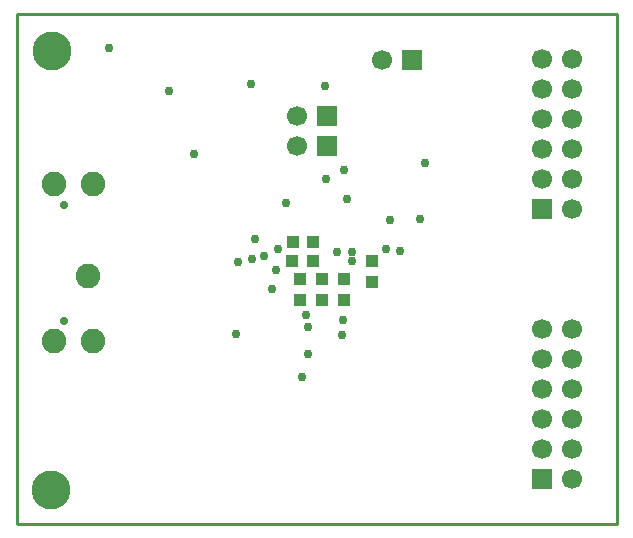
<source format=gbs>
G04*
G04 #@! TF.GenerationSoftware,Altium Limited,Altium Designer,20.2.5 (213)*
G04*
G04 Layer_Color=16711935*
%FSLAX42Y42*%
%MOMM*%
G71*
G04*
G04 #@! TF.SameCoordinates,5637869A-760B-46F6-8F80-A6367189F75C*
G04*
G04*
G04 #@! TF.FilePolarity,Negative*
G04*
G01*
G75*
%ADD11C,0.25*%
%ADD30R,1.00X1.00*%
%ADD36R,1.00X1.00*%
%ADD40C,1.70*%
%ADD41R,1.70X1.70*%
%ADD42C,3.30*%
%ADD43C,2.08*%
%ADD44C,0.70*%
%ADD45C,0.76*%
D11*
X3302Y3302D02*
Y7620D01*
X8382D01*
Y3302D02*
Y7620D01*
X3302Y3302D02*
X8382D01*
D30*
X5640Y5690D02*
D03*
X5815D02*
D03*
X5811Y5522D02*
D03*
X5636D02*
D03*
D36*
X6312Y5524D02*
D03*
Y5349D02*
D03*
X6071Y5196D02*
D03*
Y5371D02*
D03*
X5890Y5196D02*
D03*
Y5371D02*
D03*
X5702Y5196D02*
D03*
Y5371D02*
D03*
D40*
X6396Y7225D02*
D03*
X5678Y6502D02*
D03*
Y6756D02*
D03*
X8001Y3683D02*
D03*
X7747Y3937D02*
D03*
Y4191D02*
D03*
Y4445D02*
D03*
Y4699D02*
D03*
Y4953D02*
D03*
X8001Y3937D02*
D03*
Y4191D02*
D03*
Y4445D02*
D03*
Y4699D02*
D03*
Y4953D02*
D03*
Y5969D02*
D03*
X7747Y6223D02*
D03*
Y6477D02*
D03*
Y6731D02*
D03*
Y6985D02*
D03*
Y7239D02*
D03*
X8001Y6223D02*
D03*
Y6477D02*
D03*
Y6731D02*
D03*
Y6985D02*
D03*
Y7239D02*
D03*
D41*
X6650Y7225D02*
D03*
X5932Y6502D02*
D03*
Y6756D02*
D03*
X7747Y3683D02*
D03*
Y5969D02*
D03*
D42*
X3595Y3588D02*
D03*
X3600Y7300D02*
D03*
D43*
X3615Y6176D02*
D03*
Y4846D02*
D03*
X3951D02*
D03*
X3910Y5401D02*
D03*
X3951Y6176D02*
D03*
D44*
X3701Y6001D02*
D03*
Y5021D02*
D03*
D45*
X6012Y5603D02*
D03*
X6139Y5527D02*
D03*
Y5603D02*
D03*
X4801Y6431D02*
D03*
X4087Y7328D02*
D03*
X5720Y4547D02*
D03*
X5293Y5547D02*
D03*
X5286Y7023D02*
D03*
X6716Y5879D02*
D03*
X6434Y5624D02*
D03*
X6548Y5611D02*
D03*
X6462Y5875D02*
D03*
X6761Y6353D02*
D03*
X5583Y6020D02*
D03*
X5766Y4737D02*
D03*
X6058Y4902D02*
D03*
X5768Y4971D02*
D03*
X4595Y6962D02*
D03*
X5161Y4910D02*
D03*
X6068Y5025D02*
D03*
X5749Y5071D02*
D03*
X5397Y5565D02*
D03*
X5502Y5451D02*
D03*
X6078Y6294D02*
D03*
X6099Y6053D02*
D03*
X5921Y6223D02*
D03*
X5913Y7005D02*
D03*
X5513Y5624D02*
D03*
X5174Y5519D02*
D03*
X5321Y5712D02*
D03*
X5468Y5288D02*
D03*
M02*

</source>
